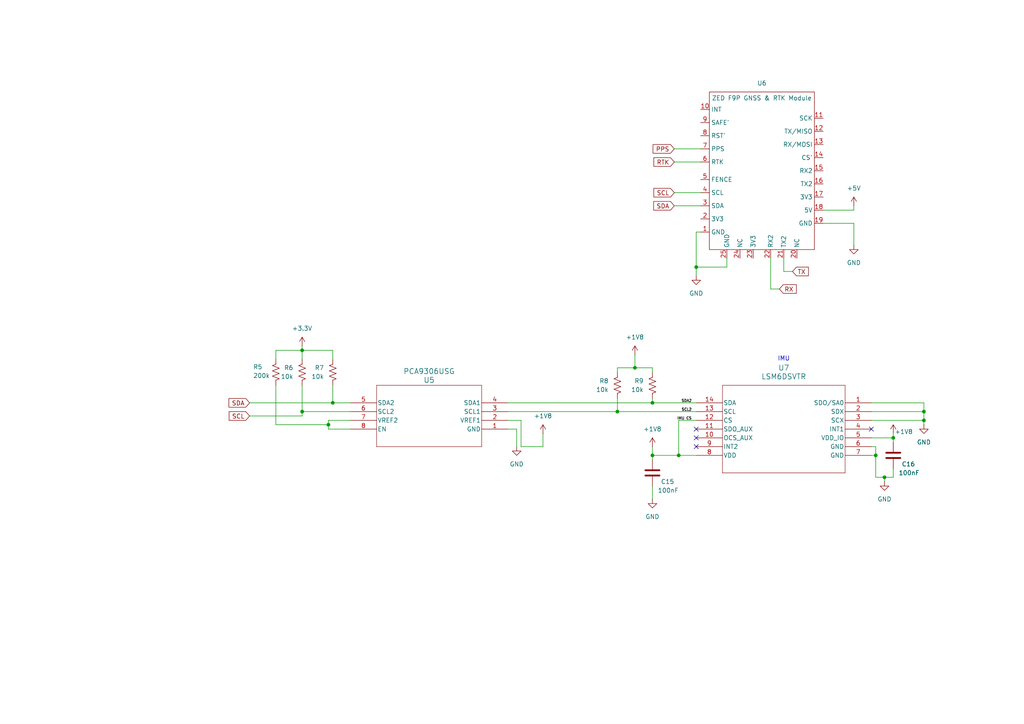
<source format=kicad_sch>
(kicad_sch (version 20250114) (generator "eeschema") (generator_version "9.0")
  (paper "A4")
  (lib_symbols
    (symbol "Capstone Symbols:LSM6DSVTR" (pin_names (offset 0.254))
      (property "Reference" "U" (at 25.4 10.16 0))
      (property "Value" "LSM6DSVTR" (at 25.4 7.62 0))
      (symbol "LSM6DSVTR_0_1"
        (polyline (pts (xy 7.62 5.08) (xy 7.62 -20.32)) (stroke (width 0.127)))
        (polyline (pts (xy 7.62 -20.32) (xy 43.18 -20.32)) (stroke (width 0.127)))
        (polyline (pts (xy 43.18 5.08) (xy 7.62 5.08)) (stroke (width 0.127)))
        (polyline (pts (xy 43.18 -20.32) (xy 43.18 5.08)) (stroke (width 0.127)))
        (pin unspecified line (at 0 0 0) (length 7.62) (name "SDO/SA0") (number "1"))
        (pin unspecified line (at 0 -2.54 0) (length 7.62) (name "SDX") (number "2"))
        (pin unspecified line (at 0 -5.08 0) (length 7.62) (name "SCX") (number "3"))
        (pin unspecified line (at 0 -7.62 0) (length 7.62) (name "INT1") (number "4"))
        (pin power_in line (at 0 -10.16 0) (length 7.62) (name "VDD_IO") (number "5"))
        (pin power_out line (at 0 -12.7 0) (length 7.62) (name "GND") (number "6"))
        (pin power_out line (at 0 -15.24 0) (length 7.62) (name "GND") (number "7"))
        (pin unspecified line (at 50.8 0 180) (length 7.62) (name "SDA") (number "14"))
        (pin unspecified line (at 50.8 -2.54 180) (length 7.62) (name "SCL") (number "13"))
        (pin unspecified line (at 50.8 -5.08 180) (length 7.62) (name "CS") (number "12"))
        (pin unspecified line (at 50.8 -7.62 180) (length 7.62) (name "SDO_AUX") (number "11"))
        (pin unspecified line (at 50.8 -10.16 180) (length 7.62) (name "OCS_AUX") (number "10"))
        (pin unspecified line (at 50.8 -12.7 180) (length 7.62) (name "INT2") (number "9"))
        (pin power_in line (at 50.8 -15.24 180) (length 7.62) (name "VDD") (number "8"))
      )
    )
    (symbol "Device:C" (pin_numbers (hide yes)) (pin_names (offset 0.254))
      (property "Reference" "C" (at 0.635 2.54 0))
      (property "Value" "C" (at 0.635 -2.54 0))
      (symbol "C_0_1"
        (polyline (pts (xy -2.032 0.762) (xy 2.032 0.762)) (stroke (width 0.508)))
        (polyline (pts (xy -2.032 -0.762) (xy 2.032 -0.762)) (stroke (width 0.508)))
      )
      (symbol "C_1_1"
        (pin passive line (at 0 3.81 270) (length 2.794) (name "~") (number "1"))
        (pin passive line (at 0 -3.81 90) (length 2.794) (name "~") (number "2"))
      )
    )
    (symbol "Device:R_US" (pin_numbers (hide yes)) (pin_names (offset 0))
      (property "Reference" "R" (at 2.54 0 90))
      (property "Value" "R_US" (at -2.54 0 90))
      (symbol "R_US_0_1"
        (polyline (pts (xy 0 2.286) (xy 0 2.54)))
        (polyline (pts (xy 0 2.286) (xy 1.016 1.905) (xy 0 1.524) (xy -1.016 1.143) (xy 0 0.762)))
        (polyline (pts (xy 0 0.762) (xy 1.016 0.381) (xy 0 0) (xy -1.016 -0.381) (xy 0 -0.762)))
        (polyline (pts (xy 0 -0.762) (xy 1.016 -1.143) (xy 0 -1.524) (xy -1.016 -1.905) (xy 0 -2.286)))
        (polyline (pts (xy 0 -2.286) (xy 0 -2.54)))
      )
      (symbol "R_US_1_1"
        (pin passive line (at 0 3.81 270) (length 1.27) (name "~") (number "1"))
        (pin passive line (at 0 -3.81 90) (length 1.27) (name "~") (number "2"))
      )
    )
    (symbol "NLA9306USG:PCA9306USG" (pin_names (offset 0.254))
      (property "Reference" "U" (at 22.86 10.16 0))
      (property "Value" "PCA9306USG" (at 22.86 7.62 0))
      (symbol "PCA9306USG_0_1"
        (polyline (pts (xy 7.62 5.08) (xy 7.62 -12.7)) (stroke (width 0.127)))
        (polyline (pts (xy 7.62 -12.7) (xy 38.1 -12.7)) (stroke (width 0.127)))
        (polyline (pts (xy 38.1 5.08) (xy 7.62 5.08)) (stroke (width 0.127)))
        (polyline (pts (xy 38.1 -12.7) (xy 38.1 5.08)) (stroke (width 0.127)))
        (pin power_in line (at 0 0 0) (length 7.62) (name "GND") (number "1"))
        (pin unspecified line (at 0 -2.54 0) (length 7.62) (name "VREF1") (number "2"))
        (pin unspecified line (at 0 -5.08 0) (length 7.62) (name "SCL1") (number "3"))
        (pin unspecified line (at 0 -7.62 0) (length 7.62) (name "SDA1") (number "4"))
        (pin input line (at 45.72 0 180) (length 7.62) (name "EN") (number "8"))
        (pin unspecified line (at 45.72 -2.54 180) (length 7.62) (name "VREF2") (number "7"))
        (pin unspecified line (at 45.72 -5.08 180) (length 7.62) (name "SCL2") (number "6"))
        (pin unspecified line (at 45.72 -7.62 180) (length 7.62) (name "SDA2") (number "5"))
      )
    )
    (symbol "ZED_F9P:ZED-F9P"
      (property "Reference" "U" (at 0 -24.13 0))
      (symbol "ZED-F9P_0_1"
        (rectangle (start -15.24 22.86) (end 15.24 -22.86))
      )
      (symbol "ZED-F9P_1_1"
        (pin input line (at -17.78 17.78 0) (length 2.54) (name "GND") (number "1"))
        (pin input line (at -17.78 13.97 0) (length 2.54) (name "3V3") (number "2"))
        (pin input line (at -17.78 10.16 0) (length 2.54) (name "SDA") (number "3"))
        (pin input line (at -17.78 6.35 0) (length 2.54) (name "SCL") (number "4"))
        (pin input line (at -17.78 2.54 0) (length 2.54) (name "FENCE") (number "5"))
        (pin input line (at -17.78 -2.54 0) (length 2.54) (name "RTK") (number "6"))
        (pin input line (at -17.78 -6.35 0) (length 2.54) (name "PPS") (number "7"))
        (pin input line (at -17.78 -10.16 0) (length 2.54) (name "RST'") (number "8"))
        (pin input line (at -17.78 -13.97 0) (length 2.54) (name "SAFE'") (number "9"))
        (pin input line (at -17.78 -17.78 0) (length 2.54) (name "INT") (number "10"))
        (pin input line (at -10.16 25.4 270) (length 2.54) (name "GND") (number "25"))
        (pin input line (at -6.35 25.4 270) (length 2.54) (name "NC") (number "24"))
        (pin input line (at -2.54 25.4 270) (length 2.54) (name "3V3") (number "23"))
        (pin input line (at 2.54 25.4 270) (length 2.54) (name "RX2") (number "22"))
        (pin input line (at 6.35 25.4 270) (length 2.54) (name "TX2") (number "21"))
        (pin input line (at 10.16 25.4 270) (length 2.54) (name "NC") (number "20"))
        (pin input line (at 17.78 15.24 180) (length 2.54) (name "GND") (number "19"))
        (pin input line (at 17.78 11.43 180) (length 2.54) (name "5V") (number "18"))
        (pin input line (at 17.78 7.62 180) (length 2.54) (name "3V3") (number "17"))
        (pin input line (at 17.78 3.81 180) (length 2.54) (name "TX2") (number "16"))
        (pin input line (at 17.78 0 180) (length 2.54) (name "RX2") (number "15"))
        (pin input line (at 17.78 -3.81 180) (length 2.54) (name "CS'") (number "14"))
        (pin input line (at 17.78 -7.62 180) (length 2.54) (name "RX/MOSI") (number "13"))
        (pin input line (at 17.78 -11.43 180) (length 2.54) (name "TX/MISO") (number "12"))
        (pin input line (at 17.78 -15.24 180) (length 2.54) (name "SCK") (number "11"))
      )
    )
    (symbol "power:+1V8" (power) (pin_numbers (hide yes)) (pin_names (offset 0) (hide yes))
      (property "Value" "+1V8" (at 0 3.556 0))
      (symbol "+1V8_0_1"
        (polyline (pts (xy -0.762 1.27) (xy 0 2.54)))
        (polyline (pts (xy 0 2.54) (xy 0.762 1.27)))
        (polyline (pts (xy 0 0) (xy 0 2.54)))
      )
      (symbol "+1V8_1_1"
        (pin power_in line (at 0 0 90) (length 0) (name "~") (number "1"))
      )
    )
    (symbol "power:+5V" (power) (pin_numbers (hide yes)) (pin_names (offset 0) (hide yes))
      (property "Value" "+5V" (at 0 3.556 0))
      (symbol "+5V_0_1"
        (polyline (pts (xy -0.762 1.27) (xy 0 2.54)))
        (polyline (pts (xy 0 2.54) (xy 0.762 1.27)))
        (polyline (pts (xy 0 0) (xy 0 2.54)))
      )
      (symbol "+5V_1_1"
        (pin power_in line (at 0 0 90) (length 0) (name "~") (number "1"))
      )
    )
    (symbol "power:GND" (power) (pin_numbers (hide yes)) (pin_names (offset 0) (hide yes))
      (property "Value" "GND" (at 0 -3.81 0))
      (symbol "GND_0_1"
        (polyline (pts (xy 0 0) (xy 0 -1.27) (xy 1.27 -1.27) (xy 0 -2.54) (xy -1.27 -1.27) (xy 0 -1.27)))
      )
      (symbol "GND_1_1"
        (pin power_in line (at 0 0 270) (length 0) (name "~") (number "1"))
      )
    )
  )
  (text "IMU" (at 227.33 104.14 0) (effects (font (size 1.27 1.27))))
  (junction (at 189.23 116.84))
  (junction (at 201.93 77.47))
  (junction (at 267.97 121.92))
  (junction (at 196.85 132.08))
  (junction (at 96.52 116.84))
  (junction (at 87.63 101.6))
  (junction (at 254 132.08))
  (junction (at 87.63 119.38))
  (junction (at 189.23 132.08))
  (junction (at 267.97 119.38))
  (junction (at 256.54 138.43))
  (junction (at 184.15 106.68))
  (junction (at 95.25 123.19))
  (junction (at 259.08 127))
  (junction (at 179.07 119.38))
  (no_connect (at 201.93 127))
  (no_connect (at 201.93 129.54))
  (no_connect (at 201.93 124.46))
  (no_connect (at 252.73 124.46))
  (wire (pts (xy 87.63 101.6) (xy 96.52 101.6)))
  (wire (pts (xy 87.63 119.38) (xy 101.6 119.38)))
  (wire (pts (xy 189.23 132.08) (xy 189.23 133.35)))
  (wire (pts (xy 238.76 64.77) (xy 247.65 64.77)))
  (wire (pts (xy 201.93 132.08) (xy 196.85 132.08)))
  (wire (pts (xy 87.63 100.33) (xy 87.63 101.6)))
  (wire (pts (xy 157.48 129.54) (xy 157.48 125.73)))
  (wire (pts (xy 210.82 77.47) (xy 210.82 74.93)))
  (wire (pts (xy 80.01 123.19) (xy 80.01 111.76)))
  (wire (pts (xy 201.93 67.31) (xy 201.93 77.47)))
  (wire (pts (xy 259.08 138.43) (xy 256.54 138.43)))
  (wire (pts (xy 80.01 123.19) (xy 95.25 123.19)))
  (wire (pts (xy 259.08 135.89) (xy 259.08 138.43)))
  (wire (pts (xy 247.65 59.69) (xy 247.65 60.96)))
  (wire (pts (xy 267.97 119.38) (xy 267.97 121.92)))
  (wire (pts (xy 147.32 124.46) (xy 149.86 124.46)))
  (wire (pts (xy 201.93 77.47) (xy 210.82 77.47)))
  (wire (pts (xy 256.54 138.43) (xy 256.54 139.7)))
  (wire (pts (xy 196.85 132.08) (xy 189.23 132.08)))
  (wire (pts (xy 179.07 106.68) (xy 184.15 106.68)))
  (wire (pts (xy 95.25 124.46) (xy 101.6 124.46)))
  (wire (pts (xy 267.97 116.84) (xy 267.97 119.38)))
  (wire (pts (xy 196.85 121.92) (xy 196.85 132.08)))
  (wire (pts (xy 259.08 128.27) (xy 259.08 127)))
  (wire (pts (xy 254 132.08) (xy 254 138.43)))
  (wire (pts (xy 95.25 121.92) (xy 95.25 123.19)))
  (wire (pts (xy 189.23 115.57) (xy 189.23 116.84)))
  (wire (pts (xy 201.93 77.47) (xy 201.93 80.01)))
  (wire (pts (xy 87.63 120.65) (xy 87.63 119.38)))
  (wire (pts (xy 203.2 67.31) (xy 201.93 67.31)))
  (wire (pts (xy 80.01 101.6) (xy 87.63 101.6)))
  (wire (pts (xy 189.23 140.97) (xy 189.23 144.78)))
  (wire (pts (xy 259.08 127) (xy 252.73 127)))
  (wire (pts (xy 252.73 121.92) (xy 267.97 121.92)))
  (wire (pts (xy 147.32 119.38) (xy 179.07 119.38)))
  (wire (pts (xy 254 129.54) (xy 254 132.08)))
  (wire (pts (xy 96.52 101.6) (xy 96.52 104.14)))
  (wire (pts (xy 101.6 121.92) (xy 95.25 121.92)))
  (wire (pts (xy 151.13 129.54) (xy 157.48 129.54)))
  (wire (pts (xy 201.93 121.92) (xy 196.85 121.92)))
  (wire (pts (xy 259.08 125.73) (xy 259.08 127)))
  (wire (pts (xy 87.63 119.38) (xy 87.63 111.76)))
  (wire (pts (xy 179.07 115.57) (xy 179.07 119.38)))
  (wire (pts (xy 223.52 74.93) (xy 223.52 83.82)))
  (wire (pts (xy 267.97 121.92) (xy 267.97 123.19)))
  (wire (pts (xy 147.32 121.92) (xy 151.13 121.92)))
  (wire (pts (xy 252.73 129.54) (xy 254 129.54)))
  (wire (pts (xy 189.23 106.68) (xy 184.15 106.68)))
  (wire (pts (xy 195.58 55.88) (xy 203.2 55.88)))
  (wire (pts (xy 201.93 119.38) (xy 179.07 119.38)))
  (wire (pts (xy 252.73 119.38) (xy 267.97 119.38)))
  (wire (pts (xy 87.63 101.6) (xy 87.63 104.14)))
  (wire (pts (xy 184.15 102.87) (xy 184.15 106.68)))
  (wire (pts (xy 96.52 116.84) (xy 101.6 116.84)))
  (wire (pts (xy 195.58 59.69) (xy 203.2 59.69)))
  (wire (pts (xy 149.86 124.46) (xy 149.86 129.54)))
  (wire (pts (xy 189.23 129.54) (xy 189.23 132.08)))
  (wire (pts (xy 95.25 123.19) (xy 95.25 124.46)))
  (wire (pts (xy 96.52 111.76) (xy 96.52 116.84)))
  (wire (pts (xy 147.32 116.84) (xy 189.23 116.84)))
  (wire (pts (xy 72.39 120.65) (xy 87.63 120.65)))
  (wire (pts (xy 252.73 116.84) (xy 267.97 116.84)))
  (wire (pts (xy 227.33 78.74) (xy 229.87 78.74)))
  (wire (pts (xy 247.65 64.77) (xy 247.65 71.12)))
  (wire (pts (xy 72.39 116.84) (xy 96.52 116.84)))
  (wire (pts (xy 254 132.08) (xy 252.73 132.08)))
  (wire (pts (xy 227.33 74.93) (xy 227.33 78.74)))
  (wire (pts (xy 195.58 43.18) (xy 203.2 43.18)))
  (wire (pts (xy 80.01 101.6) (xy 80.01 104.14)))
  (wire (pts (xy 256.54 138.43) (xy 254 138.43)))
  (wire (pts (xy 195.58 46.99) (xy 203.2 46.99)))
  (wire (pts (xy 201.93 116.84) (xy 189.23 116.84)))
  (wire (pts (xy 189.23 107.95) (xy 189.23 106.68)))
  (wire (pts (xy 223.52 83.82) (xy 226.06 83.82)))
  (wire (pts (xy 238.76 60.96) (xy 247.65 60.96)))
  (wire (pts (xy 179.07 107.95) (xy 179.07 106.68)))
  (wire (pts (xy 151.13 121.92) (xy 151.13 129.54)))
  (label "SDA2" (at 200.66 116.84 180) (effects (font (size 0.762 0.762))))
  (label "IMU CS" (at 200.66 121.92 180) (effects (font (size 0.762 0.762))))
  (label "SCL2" (at 200.66 119.38 180) (effects (font (size 0.762 0.762))))
  (global_label "RTK" (shape input) (at 195.58 46.99 180) (property "Intersheetrefs" "${INTERSHEET_REFS}" (effects (hide yes))))
  (global_label "SDA" (shape input) (at 195.58 59.69 180) (property "Intersheetrefs" "${INTERSHEET_REFS}" (effects (hide yes))))
  (global_label "SCL" (shape input) (at 195.58 55.88 180) (property "Intersheetrefs" "${INTERSHEET_REFS}" (effects (hide yes))))
  (global_label "SCL" (shape input) (at 72.39 120.65 180) (property "Intersheetrefs" "${INTERSHEET_REFS}" (effects (hide yes))))
  (global_label "PPS" (shape input) (at 195.58 43.18 180) (property "Intersheetrefs" "${INTERSHEET_REFS}" (effects (hide yes))))
  (global_label "TX" (shape input) (at 229.87 78.74 0) (property "Intersheetrefs" "${INTERSHEET_REFS}" (effects (hide yes))))
  (global_label "SDA" (shape input) (at 72.39 116.84 180) (property "Intersheetrefs" "${INTERSHEET_REFS}" (effects (hide yes))))
  (global_label "RX" (shape input) (at 226.06 83.82 0) (property "Intersheetrefs" "${INTERSHEET_REFS}" (effects (hide yes))))
  (symbol (lib_id "NLA9306USG:PCA9306USG") (at 147.32 124.46 180) (unit 1)
    (property "Reference" "U5" (at 124.46 110.236 0) (effects (font (size 1.524 1.524))))
    (property "Value" "PCA9306USG" (at 124.46 107.696 0) (effects (font (size 1.524 1.524))))
    (property "Footprint" "Capstone Footprints:LevelShift_US8_2P40X2P10_ONS" (effects (hide yes)))
    (property "Datasheet" "PCA9306USG" (effects (hide yes)))
  )
  (symbol (lib_id "power:GND") (at 267.97 123.19 0) (mirror y) (unit 1)
    (property "Reference" "#PWR049" (effects (hide yes)))
    (property "Value" "GND" (at 267.97 128.27 0))
    (property "Description" "Power symbol creates a global label with name \"GND\" , ground" (effects (hide yes)))
  )
  (symbol (lib_id "Device:C") (at 189.23 137.16 0) (mirror y) (unit 1)
    (property "Reference" "C15" (at 195.58 139.7 0) (effects (justify left)))
    (property "Value" "100nF" (at 196.85 142.24 0) (effects (justify left)))
    (property "Description" "Unpolarized capacitor" (effects (hide yes)))
  )
  (symbol (lib_id "Device:C") (at 259.08 132.08 0) (mirror y) (unit 1)
    (property "Reference" "C16" (at 265.43 134.62 0) (effects (justify left)))
    (property "Value" "100nF" (at 266.7 137.16 0) (effects (justify left)))
    (property "Description" "Unpolarized capacitor" (effects (hide yes)))
  )
  (symbol (lib_id "Device:R_US") (at 80.01 107.95 0) (mirror y) (unit 1)
    (property "Reference" "R5" (at 73.406 106.426 0) (effects (justify right)))
    (property "Value" "200k" (at 73.406 108.966 0) (effects (justify right)))
    (property "Description" "Resistor, US symbol" (effects (hide yes)))
  )
  (symbol (lib_id "power:+5V") (at 87.63 100.33 0) (unit 1)
    (property "Reference" "#PWR038" (effects (hide yes)))
    (property "Value" "+3.3V" (at 87.63 95.25 0))
    (property "Description" "Power symbol creates a global label with name \"+5V\"" (effects (hide yes)))
  )
  (symbol (lib_id "Device:R_US") (at 87.63 107.95 0) (mirror y) (unit 1)
    (property "Reference" "R6" (at 85.09 106.6799 0) (effects (justify left)))
    (property "Value" "10k" (at 85.09 109.2199 0) (effects (justify left)))
    (property "Description" "Resistor, US symbol" (effects (hide yes)))
  )
  (symbol (lib_id "power:GND") (at 189.23 144.78 0) (mirror y) (unit 1)
    (property "Reference" "#PWR043" (effects (hide yes)))
    (property "Value" "GND" (at 189.23 149.86 0))
    (property "Description" "Power symbol creates a global label with name \"GND\" , ground" (effects (hide yes)))
  )
  (symbol (lib_id "power:GND") (at 201.93 80.01 0) (unit 1)
    (property "Reference" "#PWR044" (effects (hide yes)))
    (property "Value" "GND" (at 201.93 85.09 0))
    (property "Description" "Power symbol creates a global label with name \"GND\" , ground" (effects (hide yes)))
  )
  (symbol (lib_id "power:+1V8") (at 184.15 102.87 0) (mirror y) (unit 1)
    (property "Reference" "#PWR041" (effects (hide yes)))
    (property "Value" "+1V8" (at 184.15 97.79 0))
    (property "Description" "Power symbol creates a global label with name \"+1V8\"" (effects (hide yes)))
  )
  (symbol (lib_id "Device:R_US") (at 179.07 111.76 0) (mirror y) (unit 1)
    (property "Reference" "R8" (at 176.53 110.4899 0) (effects (justify left)))
    (property "Value" "10k" (at 176.53 113.0299 0) (effects (justify left)))
    (property "Description" "Resistor, US symbol" (effects (hide yes)))
  )
  (symbol (lib_id "ZED_F9P:ZED-F9P") (at 220.98 49.53 0) (mirror x) (unit 1)
    (property "Reference" "U6" (at 220.98 24.13 0))
    (property "Value" "ZED F9P GNSS & RTK Module" (at 220.98 28.448 0))
    (property "Footprint" "Capstone Footprints:ZED-F9P" (effects (hide yes)))
  )
  (symbol (lib_id "Device:R_US") (at 96.52 107.95 0) (mirror y) (unit 1)
    (property "Reference" "R7" (at 93.98 106.6799 0) (effects (justify left)))
    (property "Value" "10k" (at 93.98 109.2199 0) (effects (justify left)))
    (property "Description" "Resistor, US symbol" (effects (hide yes)))
  )
  (symbol (lib_id "power:+1V8") (at 189.23 129.54 0) (mirror y) (unit 1)
    (property "Reference" "#PWR042" (effects (hide yes)))
    (property "Value" "+1V8" (at 189.23 124.46 0))
    (property "Description" "Power symbol creates a global label with name \"+1V8\"" (effects (hide yes)))
  )
  (symbol (lib_id "power:GND") (at 247.65 71.12 0) (unit 1)
    (property "Reference" "#PWR046" (effects (hide yes)))
    (property "Value" "GND" (at 247.65 76.2 0))
    (property "Description" "Power symbol creates a global label with name \"GND\" , ground" (effects (hide yes)))
  )
  (symbol (lib_id "power:GND") (at 149.86 129.54 0) (mirror y) (unit 1)
    (property "Reference" "#PWR039" (effects (hide yes)))
    (property "Value" "GND" (at 149.86 134.62 0))
    (property "Description" "Power symbol creates a global label with name \"GND\" , ground" (effects (hide yes)))
  )
  (symbol (lib_id "Device:R_US") (at 189.23 111.76 0) (mirror y) (unit 1)
    (property "Reference" "R9" (at 186.69 110.4899 0) (effects (justify left)))
    (property "Value" "10k" (at 186.69 113.0299 0) (effects (justify left)))
    (property "Description" "Resistor, US symbol" (effects (hide yes)))
  )
  (symbol (lib_id "Capstone Symbols:LSM6DSVTR") (at 252.73 116.84 0) (mirror y) (unit 1)
    (property "Reference" "U7" (at 227.33 106.68 0) (effects (font (size 1.524 1.524))))
    (property "Value" "LSM6DSVTR" (at 227.33 109.22 0) (effects (font (size 1.524 1.524))))
    (property "Footprint" "Capstone Footprints:IMU_LGA14-L_2P59X3P1X0P5_STM-M" (effects (hide yes)))
    (property "Datasheet" "LSM6DSVTR" (effects (hide yes)))
  )
  (symbol (lib_id "power:+5V") (at 247.65 59.69 0) (unit 1)
    (property "Reference" "#PWR045" (effects (hide yes)))
    (property "Value" "+5V" (at 247.65 54.61 0))
    (property "Description" "Power symbol creates a global label with name \"+5V\"" (effects (hide yes)))
  )
  (symbol (lib_id "power:GND") (at 256.54 139.7 0) (mirror y) (unit 1)
    (property "Reference" "#PWR047" (effects (hide yes)))
    (property "Value" "GND" (at 256.54 144.78 0))
    (property "Description" "Power symbol creates a global label with name \"GND\" , ground" (effects (hide yes)))
  )
  (symbol (lib_id "power:+1V8") (at 259.08 125.73 0) (mirror y) (unit 1)
    (property "Reference" "#PWR048" (effects (hide yes)))
    (property "Value" "+1V8" (at 262.128 125.222 0))
    (property "Description" "Power symbol creates a global label with name \"+1V8\"" (effects (hide yes)))
  )
  (symbol (lib_id "power:+1V8") (at 157.48 125.73 0) (mirror y) (unit 1)
    (property "Reference" "#PWR040" (effects (hide yes)))
    (property "Value" "+1V8" (at 157.48 120.65 0))
    (property "Description" "Power symbol creates a global label with name \"+1V8\"" (effects (hide yes)))
  )
)
</source>
